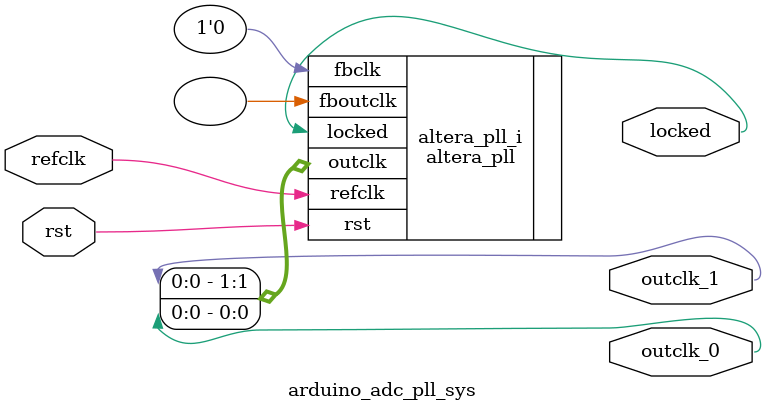
<source format=v>
`timescale 1ns/10ps
module  arduino_adc_pll_sys(

	// interface 'refclk'
	input wire refclk,

	// interface 'reset'
	input wire rst,

	// interface 'outclk0'
	output wire outclk_0,

	// interface 'outclk1'
	output wire outclk_1,

	// interface 'locked'
	output wire locked
);

	altera_pll #(
		.fractional_vco_multiplier("false"),
		.reference_clock_frequency("50.0 MHz"),
		.operation_mode("normal"),
		.number_of_clocks(2),
		.output_clock_frequency0("100.000000 MHz"),
		.phase_shift0("0 ps"),
		.duty_cycle0(50),
		.output_clock_frequency1("40.000000 MHz"),
		.phase_shift1("0 ps"),
		.duty_cycle1(50),
		.output_clock_frequency2("0 MHz"),
		.phase_shift2("0 ps"),
		.duty_cycle2(50),
		.output_clock_frequency3("0 MHz"),
		.phase_shift3("0 ps"),
		.duty_cycle3(50),
		.output_clock_frequency4("0 MHz"),
		.phase_shift4("0 ps"),
		.duty_cycle4(50),
		.output_clock_frequency5("0 MHz"),
		.phase_shift5("0 ps"),
		.duty_cycle5(50),
		.output_clock_frequency6("0 MHz"),
		.phase_shift6("0 ps"),
		.duty_cycle6(50),
		.output_clock_frequency7("0 MHz"),
		.phase_shift7("0 ps"),
		.duty_cycle7(50),
		.output_clock_frequency8("0 MHz"),
		.phase_shift8("0 ps"),
		.duty_cycle8(50),
		.output_clock_frequency9("0 MHz"),
		.phase_shift9("0 ps"),
		.duty_cycle9(50),
		.output_clock_frequency10("0 MHz"),
		.phase_shift10("0 ps"),
		.duty_cycle10(50),
		.output_clock_frequency11("0 MHz"),
		.phase_shift11("0 ps"),
		.duty_cycle11(50),
		.output_clock_frequency12("0 MHz"),
		.phase_shift12("0 ps"),
		.duty_cycle12(50),
		.output_clock_frequency13("0 MHz"),
		.phase_shift13("0 ps"),
		.duty_cycle13(50),
		.output_clock_frequency14("0 MHz"),
		.phase_shift14("0 ps"),
		.duty_cycle14(50),
		.output_clock_frequency15("0 MHz"),
		.phase_shift15("0 ps"),
		.duty_cycle15(50),
		.output_clock_frequency16("0 MHz"),
		.phase_shift16("0 ps"),
		.duty_cycle16(50),
		.output_clock_frequency17("0 MHz"),
		.phase_shift17("0 ps"),
		.duty_cycle17(50),
		.pll_type("General"),
		.pll_subtype("General")
	) altera_pll_i (
		.rst	(rst),
		.outclk	({outclk_1, outclk_0}),
		.locked	(locked),
		.fboutclk	( ),
		.fbclk	(1'b0),
		.refclk	(refclk)
	);
endmodule


</source>
